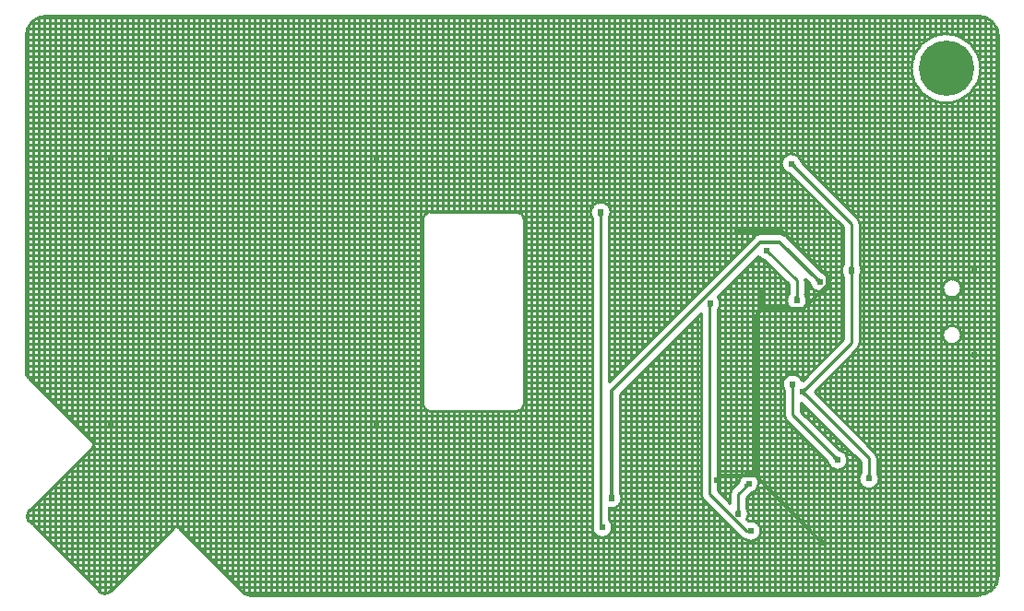
<source format=gbl>
G04 Layer: BottomLayer*
G04 EasyEDA v6.3.21, 2020-02-02T17:40:02+08:00*
G04 1dbfad1c9a864778b0d2112e72029e1b,1a72cfc7dc544dba9386ef7e18e6054e,10*
G04 Gerber Generator version 0.2*
G04 Scale: 100 percent, Rotated: No, Reflected: No *
G04 Dimensions in inches *
G04 leading zeros omitted , absolute positions ,2 integer and 4 decimal *
%FSLAX24Y24*%
%MOIN*%
G90*
G70D02*

%ADD10C,0.010000*%
%ADD11C,0.012000*%
%ADD16C,0.024000*%
%ADD24C,0.200000*%

%LPD*%
G54D10*
G01X7910Y357D02*
G01X6960Y1307D01*
G01X6960Y1307D02*
G01X6935Y1332D01*
G01X6935Y1332D02*
G01X5685Y2582D01*
G01X5470Y2582D02*
G01X3214Y313D01*
G01X3214Y313D02*
G01X3208Y307D01*
G01X2710Y407D02*
G01X410Y2707D01*
G01X285Y3217D02*
G01X2566Y5482D01*
G01X2590Y5666D02*
G01X2583Y5677D01*
G01X2560Y5707D02*
G01X260Y8007D01*
G01X154Y8117D02*
G01X151Y20347D01*
G01X903Y21098D02*
G01X34529Y21098D01*
G01X34554Y21100D02*
G01X34561Y21102D01*
G01X35301Y20350D02*
G01X35301Y900D01*
G01X34553Y151D02*
G01X34503Y151D01*
G01X34503Y151D02*
G01X8953Y151D01*
G01X8953Y151D02*
G01X8203Y151D01*
G01X26253Y2828D02*
G01X26204Y2877D01*
G01X26202Y3295D02*
G01X26198Y3305D01*
G01X26198Y3305D02*
G01X26198Y3691D01*
G01X26198Y3691D02*
G01X26328Y3821D01*
G01X26328Y3821D02*
G01X26338Y3825D01*
G01X25906Y4258D02*
G01X25902Y4248D01*
G01X25902Y4248D02*
G01X25683Y4029D01*
G01X25595Y3815D02*
G01X25595Y3486D01*
G01X25595Y3486D02*
G01X25155Y3925D01*
G01X25155Y3925D02*
G01X25155Y10447D01*
G01X25163Y10942D02*
G01X26617Y12396D01*
G01X26843Y12258D02*
G01X26853Y12254D01*
G01X26853Y12254D02*
G01X27706Y11401D01*
G01X27706Y11401D02*
G01X27706Y11035D01*
G01X27706Y11035D02*
G01X27702Y11026D01*
G01X28314Y11026D02*
G01X28309Y11035D01*
G01X28309Y11035D02*
G01X28309Y11526D01*
G01X28306Y11569D02*
G01X28472Y11404D01*
G01X28472Y11404D02*
G01X28476Y11394D01*
G01X28922Y11839D02*
G01X28912Y11844D01*
G01X28912Y11844D02*
G01X27618Y13139D01*
G01X27397Y13230D02*
G01X26699Y13230D01*
G01X26479Y13139D02*
G01X21223Y7883D01*
G01X21223Y7883D02*
G01X21223Y13776D01*
G01X21223Y13776D02*
G01X21227Y13786D01*
G01X20615Y13786D02*
G01X20620Y13776D01*
G01X20620Y13776D02*
G01X20620Y2685D01*
G01X21223Y2880D02*
G01X21223Y3295D01*
G01X21631Y3851D02*
G01X21628Y3861D01*
G01X21628Y3861D02*
G01X21628Y7407D01*
G01X21628Y7407D02*
G01X24552Y10331D01*
G01X24552Y10331D02*
G01X24552Y3801D01*
G01X24640Y3587D02*
G01X25974Y2254D01*
G01X30923Y4570D02*
G01X30918Y4580D01*
G01X30918Y4580D02*
G01X30918Y5096D01*
G01X30830Y5309D02*
G01X28640Y7499D01*
G01X28640Y7499D02*
G01X30200Y9059D01*
G01X30288Y9272D02*
G01X30288Y11680D01*
G01X30288Y11680D02*
G01X30293Y11689D01*
G01X30293Y12110D02*
G01X30288Y12120D01*
G01X30288Y12120D02*
G01X30288Y13584D01*
G01X30200Y13797D02*
G01X28190Y15806D01*
G01X28190Y15806D02*
G01X28187Y15816D01*
G01X27754Y15384D02*
G01X27764Y15380D01*
G01X27764Y15380D02*
G01X29685Y13459D01*
G01X29685Y13459D02*
G01X29685Y12120D01*
G01X29685Y12120D02*
G01X29681Y12110D01*
G01X29681Y11689D02*
G01X29685Y11680D01*
G01X29685Y11680D02*
G01X29685Y9397D01*
G01X29685Y9397D02*
G01X28204Y7916D01*
G01X27555Y7561D02*
G01X27560Y7551D01*
G01X27560Y7551D02*
G01X27560Y6659D01*
G01X27648Y6445D02*
G01X29114Y4980D01*
G01X29114Y4980D02*
G01X29117Y4970D01*
G01X29550Y5403D02*
G01X29540Y5407D01*
G01X29540Y5407D02*
G01X28163Y6783D01*
G01X28163Y6783D02*
G01X28163Y7123D01*
G01X28163Y7123D02*
G01X30315Y4971D01*
G01X30315Y4971D02*
G01X30315Y4580D01*
G01X30315Y4580D02*
G01X30310Y4570D01*
G01X14753Y6798D02*
G01X17903Y6798D01*
G01X18154Y7050D02*
G01X18154Y13750D01*
G01X17903Y14001D02*
G01X14753Y14001D01*
G01X14501Y13750D02*
G01X14501Y7050D01*
G01X2865Y230D02*
G01X3128Y230D01*
G01X7996Y230D02*
G01X34887Y230D01*
G01X2687Y430D02*
G01X3330Y430D01*
G01X7837Y430D02*
G01X35137Y430D01*
G01X2487Y630D02*
G01X3529Y630D01*
G01X7637Y630D02*
G01X35253Y630D01*
G01X2287Y830D02*
G01X3728Y830D01*
G01X7437Y830D02*
G01X35301Y830D01*
G01X2087Y1030D02*
G01X3927Y1030D01*
G01X7237Y1030D02*
G01X35301Y1030D01*
G01X1887Y1230D02*
G01X4126Y1230D01*
G01X7037Y1230D02*
G01X35301Y1230D01*
G01X1687Y1430D02*
G01X4325Y1430D01*
G01X6837Y1430D02*
G01X35301Y1430D01*
G01X1487Y1630D02*
G01X4524Y1630D01*
G01X6637Y1630D02*
G01X35301Y1630D01*
G01X1287Y1830D02*
G01X4723Y1830D01*
G01X6437Y1830D02*
G01X35301Y1830D01*
G01X1087Y2030D02*
G01X4922Y2030D01*
G01X6237Y2030D02*
G01X35301Y2030D01*
G01X887Y2230D02*
G01X5120Y2230D01*
G01X6037Y2230D02*
G01X20929Y2230D01*
G01X21032Y2230D02*
G01X26001Y2230D01*
G01X26627Y2230D02*
G01X35301Y2230D01*
G01X687Y2430D02*
G01X5319Y2430D01*
G01X5837Y2430D02*
G01X20650Y2430D01*
G01X21312Y2430D02*
G01X25798Y2430D01*
G01X26710Y2430D02*
G01X35301Y2430D01*
G01X487Y2630D02*
G01X20611Y2630D01*
G01X21351Y2630D02*
G01X25598Y2630D01*
G01X26675Y2630D02*
G01X35301Y2630D01*
G01X252Y2830D02*
G01X20620Y2830D01*
G01X21271Y2830D02*
G01X25398Y2830D01*
G01X26251Y2830D02*
G01X26260Y2830D01*
G01X26421Y2830D02*
G01X35301Y2830D01*
G01X195Y3030D02*
G01X20620Y3030D01*
G01X21223Y3030D02*
G01X25198Y3030D01*
G01X26264Y3030D02*
G01X35301Y3030D01*
G01X297Y3230D02*
G01X20620Y3230D01*
G01X21223Y3230D02*
G01X24998Y3230D01*
G01X26238Y3230D02*
G01X35301Y3230D01*
G01X499Y3430D02*
G01X20620Y3430D01*
G01X21612Y3430D02*
G01X24798Y3430D01*
G01X26198Y3430D02*
G01X35301Y3430D01*
G01X700Y3630D02*
G01X20620Y3630D01*
G01X21687Y3630D02*
G01X24605Y3630D01*
G01X25451Y3630D02*
G01X25595Y3630D01*
G01X26198Y3630D02*
G01X35301Y3630D01*
G01X902Y3830D02*
G01X20620Y3830D01*
G01X21644Y3830D02*
G01X24552Y3830D01*
G01X25251Y3830D02*
G01X25595Y3830D01*
G01X26361Y3830D02*
G01X35301Y3830D01*
G01X1103Y4030D02*
G01X20620Y4030D01*
G01X21628Y4030D02*
G01X24552Y4030D01*
G01X25155Y4030D02*
G01X25684Y4030D01*
G01X26606Y4030D02*
G01X30445Y4030D01*
G01X30788Y4030D02*
G01X35301Y4030D01*
G01X1305Y4230D02*
G01X20620Y4230D01*
G01X21628Y4230D02*
G01X24552Y4230D01*
G01X25155Y4230D02*
G01X25884Y4230D01*
G01X26640Y4230D02*
G01X30268Y4230D01*
G01X30965Y4230D02*
G01X35301Y4230D01*
G01X1506Y4430D02*
G01X20620Y4430D01*
G01X21628Y4430D02*
G01X24552Y4430D01*
G01X25155Y4430D02*
G01X25987Y4430D01*
G01X26555Y4430D02*
G01X30252Y4430D01*
G01X30981Y4430D02*
G01X35301Y4430D01*
G01X1708Y4630D02*
G01X20620Y4630D01*
G01X21628Y4630D02*
G01X24552Y4630D01*
G01X25155Y4630D02*
G01X30315Y4630D01*
G01X30918Y4630D02*
G01X35301Y4630D01*
G01X1909Y4830D02*
G01X20620Y4830D01*
G01X21628Y4830D02*
G01X24552Y4830D01*
G01X25155Y4830D02*
G01X29175Y4830D01*
G01X29790Y4830D02*
G01X30315Y4830D01*
G01X30918Y4830D02*
G01X35301Y4830D01*
G01X2111Y5030D02*
G01X20620Y5030D01*
G01X21628Y5030D02*
G01X24552Y5030D01*
G01X25155Y5030D02*
G01X29064Y5030D01*
G01X29854Y5030D02*
G01X30256Y5030D01*
G01X30918Y5030D02*
G01X35301Y5030D01*
G01X2312Y5230D02*
G01X20620Y5230D01*
G01X21628Y5230D02*
G01X24552Y5230D01*
G01X25155Y5230D02*
G01X28864Y5230D01*
G01X29800Y5230D02*
G01X30056Y5230D01*
G01X30887Y5230D02*
G01X35301Y5230D01*
G01X2514Y5430D02*
G01X20620Y5430D01*
G01X21628Y5430D02*
G01X24552Y5430D01*
G01X25155Y5430D02*
G01X28664Y5430D01*
G01X29517Y5430D02*
G01X29856Y5430D01*
G01X30709Y5430D02*
G01X35301Y5430D01*
G01X2605Y5630D02*
G01X20620Y5630D01*
G01X21628Y5630D02*
G01X24552Y5630D01*
G01X25155Y5630D02*
G01X28464Y5630D01*
G01X29317Y5630D02*
G01X29656Y5630D01*
G01X30509Y5630D02*
G01X35301Y5630D01*
G01X2437Y5830D02*
G01X20620Y5830D01*
G01X21628Y5830D02*
G01X24552Y5830D01*
G01X25155Y5830D02*
G01X28264Y5830D01*
G01X29117Y5830D02*
G01X29456Y5830D01*
G01X30309Y5830D02*
G01X35301Y5830D01*
G01X2237Y6030D02*
G01X20620Y6030D01*
G01X21628Y6030D02*
G01X24552Y6030D01*
G01X25155Y6030D02*
G01X28064Y6030D01*
G01X28917Y6030D02*
G01X29256Y6030D01*
G01X30109Y6030D02*
G01X35301Y6030D01*
G01X2037Y6230D02*
G01X20620Y6230D01*
G01X21628Y6230D02*
G01X24552Y6230D01*
G01X25155Y6230D02*
G01X27864Y6230D01*
G01X28717Y6230D02*
G01X29056Y6230D01*
G01X29909Y6230D02*
G01X35301Y6230D01*
G01X1837Y6430D02*
G01X20620Y6430D01*
G01X21628Y6430D02*
G01X24552Y6430D01*
G01X25155Y6430D02*
G01X27664Y6430D01*
G01X28517Y6430D02*
G01X28856Y6430D01*
G01X29709Y6430D02*
G01X35301Y6430D01*
G01X1637Y6630D02*
G01X20620Y6630D01*
G01X21628Y6630D02*
G01X24552Y6630D01*
G01X25155Y6630D02*
G01X27561Y6630D01*
G01X28317Y6630D02*
G01X28656Y6630D01*
G01X29509Y6630D02*
G01X35301Y6630D01*
G01X1437Y6830D02*
G01X14631Y6830D01*
G01X18025Y6830D02*
G01X20620Y6830D01*
G01X21628Y6830D02*
G01X24552Y6830D01*
G01X25155Y6830D02*
G01X27560Y6830D01*
G01X28163Y6830D02*
G01X28456Y6830D01*
G01X29309Y6830D02*
G01X35301Y6830D01*
G01X1237Y7030D02*
G01X14502Y7030D01*
G01X18154Y7030D02*
G01X20620Y7030D01*
G01X21628Y7030D02*
G01X24552Y7030D01*
G01X25155Y7030D02*
G01X27560Y7030D01*
G01X28163Y7030D02*
G01X28256Y7030D01*
G01X29109Y7030D02*
G01X35301Y7030D01*
G01X1037Y7230D02*
G01X14501Y7230D01*
G01X18154Y7230D02*
G01X20620Y7230D01*
G01X21628Y7230D02*
G01X24552Y7230D01*
G01X25155Y7230D02*
G01X27560Y7230D01*
G01X28909Y7230D02*
G01X35301Y7230D01*
G01X837Y7430D02*
G01X14501Y7430D01*
G01X18154Y7430D02*
G01X20620Y7430D01*
G01X21651Y7430D02*
G01X24552Y7430D01*
G01X25155Y7430D02*
G01X27560Y7430D01*
G01X28709Y7430D02*
G01X35301Y7430D01*
G01X637Y7630D02*
G01X14501Y7630D01*
G01X18154Y7630D02*
G01X20620Y7630D01*
G01X21851Y7630D02*
G01X24552Y7630D01*
G01X25155Y7630D02*
G01X27518Y7630D01*
G01X28771Y7630D02*
G01X35301Y7630D01*
G01X437Y7830D02*
G01X14501Y7830D01*
G01X18154Y7830D02*
G01X20620Y7830D01*
G01X22051Y7830D02*
G01X24552Y7830D01*
G01X25155Y7830D02*
G01X27495Y7830D01*
G01X28971Y7830D02*
G01X35301Y7830D01*
G01X231Y8030D02*
G01X14501Y8030D01*
G01X18154Y8030D02*
G01X20620Y8030D01*
G01X21223Y8030D02*
G01X21370Y8030D01*
G01X22251Y8030D02*
G01X24552Y8030D01*
G01X25155Y8030D02*
G01X27595Y8030D01*
G01X28129Y8030D02*
G01X28318Y8030D01*
G01X29171Y8030D02*
G01X35301Y8030D01*
G01X154Y8230D02*
G01X14501Y8230D01*
G01X18154Y8230D02*
G01X20620Y8230D01*
G01X21223Y8230D02*
G01X21570Y8230D01*
G01X22451Y8230D02*
G01X24552Y8230D01*
G01X25155Y8230D02*
G01X28518Y8230D01*
G01X29371Y8230D02*
G01X35301Y8230D01*
G01X154Y8430D02*
G01X14501Y8430D01*
G01X18154Y8430D02*
G01X20620Y8430D01*
G01X21223Y8430D02*
G01X21770Y8430D01*
G01X22651Y8430D02*
G01X24552Y8430D01*
G01X25155Y8430D02*
G01X28718Y8430D01*
G01X29571Y8430D02*
G01X35301Y8430D01*
G01X154Y8630D02*
G01X14501Y8630D01*
G01X18154Y8630D02*
G01X20620Y8630D01*
G01X21223Y8630D02*
G01X21970Y8630D01*
G01X22851Y8630D02*
G01X24552Y8630D01*
G01X25155Y8630D02*
G01X28918Y8630D01*
G01X29771Y8630D02*
G01X35301Y8630D01*
G01X154Y8830D02*
G01X14501Y8830D01*
G01X18154Y8830D02*
G01X20620Y8830D01*
G01X21223Y8830D02*
G01X22170Y8830D01*
G01X23051Y8830D02*
G01X24552Y8830D01*
G01X25155Y8830D02*
G01X29118Y8830D01*
G01X29971Y8830D02*
G01X35301Y8830D01*
G01X154Y9030D02*
G01X14501Y9030D01*
G01X18154Y9030D02*
G01X20620Y9030D01*
G01X21223Y9030D02*
G01X22370Y9030D01*
G01X23251Y9030D02*
G01X24552Y9030D01*
G01X25155Y9030D02*
G01X29318Y9030D01*
G01X30171Y9030D02*
G01X35301Y9030D01*
G01X154Y9230D02*
G01X14501Y9230D01*
G01X18154Y9230D02*
G01X20620Y9230D01*
G01X21223Y9230D02*
G01X22570Y9230D01*
G01X23451Y9230D02*
G01X24552Y9230D01*
G01X25155Y9230D02*
G01X29518Y9230D01*
G01X30285Y9230D02*
G01X33512Y9230D01*
G01X33719Y9230D02*
G01X35301Y9230D01*
G01X154Y9430D02*
G01X14501Y9430D01*
G01X18154Y9430D02*
G01X20620Y9430D01*
G01X21223Y9430D02*
G01X22770Y9430D01*
G01X23651Y9430D02*
G01X24552Y9430D01*
G01X25155Y9430D02*
G01X29685Y9430D01*
G01X30288Y9430D02*
G01X33299Y9430D01*
G01X33932Y9430D02*
G01X35301Y9430D01*
G01X154Y9630D02*
G01X14501Y9630D01*
G01X18154Y9630D02*
G01X20620Y9630D01*
G01X21223Y9630D02*
G01X22970Y9630D01*
G01X23851Y9630D02*
G01X24552Y9630D01*
G01X25155Y9630D02*
G01X29685Y9630D01*
G01X30288Y9630D02*
G01X33284Y9630D01*
G01X33947Y9630D02*
G01X35301Y9630D01*
G01X154Y9830D02*
G01X14501Y9830D01*
G01X18154Y9830D02*
G01X20620Y9830D01*
G01X21223Y9830D02*
G01X23170Y9830D01*
G01X24051Y9830D02*
G01X24552Y9830D01*
G01X25155Y9830D02*
G01X29685Y9830D01*
G01X30288Y9830D02*
G01X33417Y9830D01*
G01X33814Y9830D02*
G01X35301Y9830D01*
G01X154Y10030D02*
G01X14501Y10030D01*
G01X18154Y10030D02*
G01X20620Y10030D01*
G01X21223Y10030D02*
G01X23370Y10030D01*
G01X24251Y10030D02*
G01X24552Y10030D01*
G01X25155Y10030D02*
G01X29685Y10030D01*
G01X30288Y10030D02*
G01X35301Y10030D01*
G01X154Y10230D02*
G01X14501Y10230D01*
G01X18154Y10230D02*
G01X20620Y10230D01*
G01X21223Y10230D02*
G01X23570Y10230D01*
G01X24451Y10230D02*
G01X24552Y10230D01*
G01X25155Y10230D02*
G01X29685Y10230D01*
G01X30288Y10230D02*
G01X35301Y10230D01*
G01X154Y10430D02*
G01X14501Y10430D01*
G01X18154Y10430D02*
G01X20620Y10430D01*
G01X21223Y10430D02*
G01X23770Y10430D01*
G01X25155Y10430D02*
G01X29685Y10430D01*
G01X30288Y10430D02*
G01X35301Y10430D01*
G01X154Y10630D02*
G01X14501Y10630D01*
G01X18154Y10630D02*
G01X20620Y10630D01*
G01X21223Y10630D02*
G01X23970Y10630D01*
G01X25247Y10630D02*
G01X27686Y10630D01*
G01X28330Y10630D02*
G01X29685Y10630D01*
G01X30288Y10630D02*
G01X35301Y10630D01*
G01X154Y10830D02*
G01X14501Y10830D01*
G01X18154Y10830D02*
G01X20620Y10830D01*
G01X21223Y10830D02*
G01X24170Y10830D01*
G01X25229Y10830D02*
G01X27637Y10830D01*
G01X28379Y10830D02*
G01X29685Y10830D01*
G01X30288Y10830D02*
G01X35301Y10830D01*
G01X154Y11030D02*
G01X14501Y11030D01*
G01X18154Y11030D02*
G01X20620Y11030D01*
G01X21223Y11030D02*
G01X24370Y11030D01*
G01X25251Y11030D02*
G01X27704Y11030D01*
G01X28312Y11030D02*
G01X29685Y11030D01*
G01X30288Y11030D02*
G01X33353Y11030D01*
G01X33878Y11030D02*
G01X35301Y11030D01*
G01X153Y11230D02*
G01X14501Y11230D01*
G01X18154Y11230D02*
G01X20620Y11230D01*
G01X21223Y11230D02*
G01X24570Y11230D01*
G01X25451Y11230D02*
G01X27706Y11230D01*
G01X28309Y11230D02*
G01X28561Y11230D01*
G01X29115Y11230D02*
G01X29685Y11230D01*
G01X30288Y11230D02*
G01X33276Y11230D01*
G01X33956Y11230D02*
G01X35301Y11230D01*
G01X153Y11430D02*
G01X14501Y11430D01*
G01X18154Y11430D02*
G01X20620Y11430D01*
G01X21223Y11430D02*
G01X24770Y11430D01*
G01X25651Y11430D02*
G01X27678Y11430D01*
G01X28309Y11430D02*
G01X28445Y11430D01*
G01X29207Y11430D02*
G01X29685Y11430D01*
G01X30288Y11430D02*
G01X33330Y11430D01*
G01X33902Y11430D02*
G01X35301Y11430D01*
G01X153Y11630D02*
G01X14501Y11630D01*
G01X18154Y11630D02*
G01X20620Y11630D01*
G01X21223Y11630D02*
G01X24970Y11630D01*
G01X25851Y11630D02*
G01X27478Y11630D01*
G01X29177Y11630D02*
G01X29685Y11630D01*
G01X30288Y11630D02*
G01X35301Y11630D01*
G01X153Y11830D02*
G01X14501Y11830D01*
G01X18154Y11830D02*
G01X20620Y11830D01*
G01X21223Y11830D02*
G01X25170Y11830D01*
G01X26051Y11830D02*
G01X27278Y11830D01*
G01X28956Y11830D02*
G01X29622Y11830D01*
G01X30352Y11830D02*
G01X35301Y11830D01*
G01X153Y12030D02*
G01X14501Y12030D01*
G01X18154Y12030D02*
G01X20620Y12030D01*
G01X21223Y12030D02*
G01X25370Y12030D01*
G01X26251Y12030D02*
G01X27078Y12030D01*
G01X28726Y12030D02*
G01X29639Y12030D01*
G01X30335Y12030D02*
G01X35301Y12030D01*
G01X153Y12230D02*
G01X14501Y12230D01*
G01X18154Y12230D02*
G01X20620Y12230D01*
G01X21223Y12230D02*
G01X25570Y12230D01*
G01X26451Y12230D02*
G01X26878Y12230D01*
G01X28526Y12230D02*
G01X29685Y12230D01*
G01X30288Y12230D02*
G01X35301Y12230D01*
G01X153Y12430D02*
G01X14501Y12430D01*
G01X18154Y12430D02*
G01X20620Y12430D01*
G01X21223Y12430D02*
G01X25770Y12430D01*
G01X28326Y12430D02*
G01X29685Y12430D01*
G01X30288Y12430D02*
G01X35301Y12430D01*
G01X153Y12630D02*
G01X14501Y12630D01*
G01X18154Y12630D02*
G01X20620Y12630D01*
G01X21223Y12630D02*
G01X25970Y12630D01*
G01X28126Y12630D02*
G01X29685Y12630D01*
G01X30288Y12630D02*
G01X35301Y12630D01*
G01X153Y12830D02*
G01X14501Y12830D01*
G01X18154Y12830D02*
G01X20620Y12830D01*
G01X21223Y12830D02*
G01X26170Y12830D01*
G01X27926Y12830D02*
G01X29685Y12830D01*
G01X30288Y12830D02*
G01X35301Y12830D01*
G01X153Y13030D02*
G01X14501Y13030D01*
G01X18154Y13030D02*
G01X20620Y13030D01*
G01X21223Y13030D02*
G01X26370Y13030D01*
G01X27726Y13030D02*
G01X29685Y13030D01*
G01X30288Y13030D02*
G01X35301Y13030D01*
G01X153Y13230D02*
G01X14501Y13230D01*
G01X18154Y13230D02*
G01X20620Y13230D01*
G01X21223Y13230D02*
G01X26699Y13230D01*
G01X27397Y13230D02*
G01X29685Y13230D01*
G01X30288Y13230D02*
G01X35301Y13230D01*
G01X153Y13430D02*
G01X14501Y13430D01*
G01X18154Y13430D02*
G01X20620Y13430D01*
G01X21223Y13430D02*
G01X29685Y13430D01*
G01X30288Y13430D02*
G01X35301Y13430D01*
G01X153Y13630D02*
G01X14501Y13630D01*
G01X18154Y13630D02*
G01X20620Y13630D01*
G01X21223Y13630D02*
G01X29514Y13630D01*
G01X30285Y13630D02*
G01X35301Y13630D01*
G01X153Y13830D02*
G01X14514Y13830D01*
G01X18141Y13830D02*
G01X20589Y13830D01*
G01X21253Y13830D02*
G01X29314Y13830D01*
G01X30167Y13830D02*
G01X35301Y13830D01*
G01X153Y14030D02*
G01X20551Y14030D01*
G01X21291Y14030D02*
G01X29114Y14030D01*
G01X29967Y14030D02*
G01X35301Y14030D01*
G01X153Y14230D02*
G01X20632Y14230D01*
G01X21210Y14230D02*
G01X28914Y14230D01*
G01X29767Y14230D02*
G01X35301Y14230D01*
G01X153Y14430D02*
G01X28714Y14430D01*
G01X29567Y14430D02*
G01X35301Y14430D01*
G01X153Y14630D02*
G01X28514Y14630D01*
G01X29367Y14630D02*
G01X35301Y14630D01*
G01X152Y14830D02*
G01X28314Y14830D01*
G01X29167Y14830D02*
G01X35301Y14830D01*
G01X152Y15030D02*
G01X28114Y15030D01*
G01X28967Y15030D02*
G01X35301Y15030D01*
G01X152Y15230D02*
G01X27914Y15230D01*
G01X28767Y15230D02*
G01X35301Y15230D01*
G01X152Y15430D02*
G01X27631Y15430D01*
G01X28567Y15430D02*
G01X35301Y15430D01*
G01X152Y15630D02*
G01X27470Y15630D01*
G01X28367Y15630D02*
G01X35301Y15630D01*
G01X152Y15830D02*
G01X27459Y15830D01*
G01X28184Y15830D02*
G01X35301Y15830D01*
G01X152Y16030D02*
G01X27579Y16030D01*
G01X28064Y16030D02*
G01X35301Y16030D01*
G01X152Y16230D02*
G01X35301Y16230D01*
G01X152Y16430D02*
G01X35301Y16430D01*
G01X152Y16630D02*
G01X35301Y16630D01*
G01X152Y16830D02*
G01X35301Y16830D01*
G01X152Y17030D02*
G01X35301Y17030D01*
G01X152Y17230D02*
G01X35301Y17230D01*
G01X152Y17430D02*
G01X35301Y17430D01*
G01X152Y17630D02*
G01X35301Y17630D01*
G01X152Y17830D02*
G01X35301Y17830D01*
G01X152Y18030D02*
G01X32959Y18030D01*
G01X33847Y18030D02*
G01X35301Y18030D01*
G01X152Y18230D02*
G01X32612Y18230D01*
G01X34194Y18230D02*
G01X35301Y18230D01*
G01X152Y18430D02*
G01X32416Y18430D01*
G01X34389Y18430D02*
G01X35301Y18430D01*
G01X151Y18630D02*
G01X32289Y18630D01*
G01X34517Y18630D02*
G01X35301Y18630D01*
G01X151Y18830D02*
G01X32207Y18830D01*
G01X34598Y18830D02*
G01X35301Y18830D01*
G01X151Y19030D02*
G01X32163Y19030D01*
G01X34643Y19030D02*
G01X35301Y19030D01*
G01X151Y19230D02*
G01X32152Y19230D01*
G01X34654Y19230D02*
G01X35301Y19230D01*
G01X151Y19430D02*
G01X32173Y19430D01*
G01X34633Y19430D02*
G01X35301Y19430D01*
G01X151Y19630D02*
G01X32227Y19630D01*
G01X34578Y19630D02*
G01X35301Y19630D01*
G01X151Y19830D02*
G01X32321Y19830D01*
G01X34484Y19830D02*
G01X35301Y19830D01*
G01X151Y20030D02*
G01X32466Y20030D01*
G01X34339Y20030D02*
G01X35301Y20030D01*
G01X151Y20230D02*
G01X32692Y20230D01*
G01X34114Y20230D02*
G01X35301Y20230D01*
G01X156Y20430D02*
G01X33172Y20430D01*
G01X33634Y20430D02*
G01X35297Y20430D01*
G01X206Y20630D02*
G01X35247Y20630D01*
G01X327Y20830D02*
G01X35128Y20830D01*
G01X589Y21030D02*
G01X34870Y21030D01*
G01X35203Y525D02*
G01X35203Y20722D01*
G01X35003Y301D02*
G01X35003Y20950D01*
G01X34803Y194D02*
G01X34803Y21058D01*
G01X34603Y153D02*
G01X34603Y18845D01*
G01X34603Y19555D02*
G01X34603Y21100D01*
G01X34403Y151D02*
G01X34403Y18447D01*
G01X34403Y19952D02*
G01X34403Y21098D01*
G01X34203Y151D02*
G01X34203Y18237D01*
G01X34203Y20162D02*
G01X34203Y21098D01*
G01X34003Y151D02*
G01X34003Y18102D01*
G01X34003Y20298D02*
G01X34003Y21098D01*
G01X33803Y151D02*
G01X33803Y9270D01*
G01X33803Y9838D02*
G01X33803Y10962D01*
G01X33803Y11530D02*
G01X33803Y18014D01*
G01X33803Y20386D02*
G01X33803Y21098D01*
G01X33603Y151D02*
G01X33603Y9214D01*
G01X33603Y9894D02*
G01X33603Y10906D01*
G01X33603Y11586D02*
G01X33603Y17964D01*
G01X33603Y20435D02*
G01X33603Y21098D01*
G01X33403Y151D02*
G01X33403Y9289D01*
G01X33403Y9819D02*
G01X33403Y10981D01*
G01X33403Y11511D02*
G01X33403Y17948D01*
G01X33403Y20451D02*
G01X33403Y21098D01*
G01X33203Y151D02*
G01X33203Y17964D01*
G01X33203Y20435D02*
G01X33203Y21098D01*
G01X33003Y151D02*
G01X33003Y18014D01*
G01X33003Y20386D02*
G01X33003Y21098D01*
G01X32803Y151D02*
G01X32803Y18102D01*
G01X32803Y20298D02*
G01X32803Y21098D01*
G01X32603Y151D02*
G01X32603Y18237D01*
G01X32603Y20162D02*
G01X32603Y21098D01*
G01X32403Y151D02*
G01X32403Y18447D01*
G01X32403Y19952D02*
G01X32403Y21098D01*
G01X32203Y151D02*
G01X32203Y18845D01*
G01X32203Y19555D02*
G01X32203Y21098D01*
G01X32003Y151D02*
G01X32003Y21098D01*
G01X31803Y151D02*
G01X31803Y21098D01*
G01X31603Y151D02*
G01X31603Y21098D01*
G01X31403Y151D02*
G01X31403Y21098D01*
G01X31203Y151D02*
G01X31203Y21098D01*
G01X31003Y151D02*
G01X31003Y21098D01*
G01X30803Y151D02*
G01X30803Y4038D01*
G01X30803Y5336D02*
G01X30803Y21098D01*
G01X30603Y151D02*
G01X30603Y3988D01*
G01X30603Y5536D02*
G01X30603Y21098D01*
G01X30403Y151D02*
G01X30403Y4056D01*
G01X30403Y5736D02*
G01X30403Y21098D01*
G01X30203Y151D02*
G01X30203Y5083D01*
G01X30203Y5936D02*
G01X30203Y9062D01*
G01X30203Y13794D02*
G01X30203Y21098D01*
G01X30003Y151D02*
G01X30003Y5283D01*
G01X30003Y6136D02*
G01X30003Y8862D01*
G01X30003Y13994D02*
G01X30003Y21098D01*
G01X29803Y151D02*
G01X29803Y4850D01*
G01X29803Y5226D02*
G01X29803Y5483D01*
G01X29803Y6336D02*
G01X29803Y8662D01*
G01X29803Y14194D02*
G01X29803Y21098D01*
G01X29603Y151D02*
G01X29603Y4686D01*
G01X29603Y5389D02*
G01X29603Y5683D01*
G01X29603Y6536D02*
G01X29603Y8462D01*
G01X29603Y9315D02*
G01X29603Y13541D01*
G01X29603Y14394D02*
G01X29603Y21098D01*
G01X29403Y151D02*
G01X29403Y4675D01*
G01X29403Y5544D02*
G01X29403Y5883D01*
G01X29403Y6736D02*
G01X29403Y8262D01*
G01X29403Y9115D02*
G01X29403Y13741D01*
G01X29403Y14594D02*
G01X29403Y21098D01*
G01X29203Y151D02*
G01X29203Y4793D01*
G01X29203Y5744D02*
G01X29203Y6083D01*
G01X29203Y6936D02*
G01X29203Y8062D01*
G01X29203Y8915D02*
G01X29203Y11406D01*
G01X29203Y11549D02*
G01X29203Y13941D01*
G01X29203Y14794D02*
G01X29203Y21098D01*
G01X29003Y151D02*
G01X29003Y5091D01*
G01X29003Y5944D02*
G01X29003Y6283D01*
G01X29003Y7136D02*
G01X29003Y7862D01*
G01X29003Y8715D02*
G01X29003Y11144D01*
G01X29003Y11811D02*
G01X29003Y14141D01*
G01X29003Y14994D02*
G01X29003Y21098D01*
G01X28803Y151D02*
G01X28803Y5291D01*
G01X28803Y6144D02*
G01X28803Y6483D01*
G01X28803Y7336D02*
G01X28803Y7662D01*
G01X28803Y8515D02*
G01X28803Y11108D01*
G01X28803Y11953D02*
G01X28803Y14341D01*
G01X28803Y15194D02*
G01X28803Y21098D01*
G01X28603Y151D02*
G01X28603Y5491D01*
G01X28603Y6344D02*
G01X28603Y6683D01*
G01X28603Y8315D02*
G01X28603Y11190D01*
G01X28603Y12153D02*
G01X28603Y14541D01*
G01X28603Y15394D02*
G01X28603Y21098D01*
G01X28403Y151D02*
G01X28403Y5691D01*
G01X28403Y6544D02*
G01X28403Y6883D01*
G01X28403Y8115D02*
G01X28403Y11472D01*
G01X28403Y12353D02*
G01X28403Y14741D01*
G01X28403Y15594D02*
G01X28403Y21098D01*
G01X28203Y151D02*
G01X28203Y5891D01*
G01X28203Y6744D02*
G01X28203Y7083D01*
G01X28203Y7919D02*
G01X28203Y10499D01*
G01X28203Y12553D02*
G01X28203Y14941D01*
G01X28203Y15794D02*
G01X28203Y21098D01*
G01X28003Y151D02*
G01X28003Y6091D01*
G01X28003Y8115D02*
G01X28003Y10444D01*
G01X28003Y12753D02*
G01X28003Y15141D01*
G01X28003Y16073D02*
G01X28003Y21098D01*
G01X27803Y151D02*
G01X27803Y6291D01*
G01X27803Y8138D02*
G01X27803Y10505D01*
G01X27803Y12953D02*
G01X27803Y15341D01*
G01X27803Y16120D02*
G01X27803Y21098D01*
G01X27603Y151D02*
G01X27603Y6504D01*
G01X27603Y8038D02*
G01X27603Y11505D01*
G01X27603Y13152D02*
G01X27603Y15448D01*
G01X27603Y16049D02*
G01X27603Y21098D01*
G01X27403Y151D02*
G01X27403Y11705D01*
G01X27403Y13230D02*
G01X27403Y21098D01*
G01X27203Y151D02*
G01X27203Y11905D01*
G01X27203Y13230D02*
G01X27203Y21098D01*
G01X27003Y151D02*
G01X27003Y12105D01*
G01X27003Y13230D02*
G01X27003Y21098D01*
G01X26803Y151D02*
G01X26803Y12267D01*
G01X26803Y13230D02*
G01X26803Y21098D01*
G01X26603Y151D02*
G01X26603Y2204D01*
G01X26603Y2731D02*
G01X26603Y4023D01*
G01X26603Y4357D02*
G01X26603Y12382D01*
G01X26603Y13215D02*
G01X26603Y21098D01*
G01X26403Y151D02*
G01X26403Y2101D01*
G01X26403Y2833D02*
G01X26403Y3843D01*
G01X26403Y4537D02*
G01X26403Y12182D01*
G01X26403Y13063D02*
G01X26403Y21098D01*
G01X26203Y151D02*
G01X26203Y2122D01*
G01X26203Y3294D02*
G01X26203Y3696D01*
G01X26203Y4555D02*
G01X26203Y11982D01*
G01X26203Y12863D02*
G01X26203Y21098D01*
G01X26003Y151D02*
G01X26003Y2229D01*
G01X26003Y4447D02*
G01X26003Y11782D01*
G01X26003Y12663D02*
G01X26003Y21098D01*
G01X25803Y151D02*
G01X25803Y2425D01*
G01X25803Y4149D02*
G01X25803Y11582D01*
G01X25803Y12463D02*
G01X25803Y21098D01*
G01X25603Y151D02*
G01X25603Y2625D01*
G01X25603Y3885D02*
G01X25603Y11382D01*
G01X25603Y12263D02*
G01X25603Y21098D01*
G01X25403Y151D02*
G01X25403Y2825D01*
G01X25403Y3678D02*
G01X25403Y11182D01*
G01X25403Y12063D02*
G01X25403Y21098D01*
G01X25203Y151D02*
G01X25203Y3025D01*
G01X25203Y3878D02*
G01X25203Y10512D01*
G01X25203Y10885D02*
G01X25203Y10982D01*
G01X25203Y11863D02*
G01X25203Y21098D01*
G01X25003Y151D02*
G01X25003Y3225D01*
G01X25003Y11663D02*
G01X25003Y21098D01*
G01X24803Y151D02*
G01X24803Y3425D01*
G01X24803Y11463D02*
G01X24803Y21098D01*
G01X24603Y151D02*
G01X24603Y3633D01*
G01X24603Y11263D02*
G01X24603Y21098D01*
G01X24403Y151D02*
G01X24403Y10182D01*
G01X24403Y11063D02*
G01X24403Y21098D01*
G01X24203Y151D02*
G01X24203Y9982D01*
G01X24203Y10863D02*
G01X24203Y21098D01*
G01X24003Y151D02*
G01X24003Y9782D01*
G01X24003Y10663D02*
G01X24003Y21098D01*
G01X23803Y151D02*
G01X23803Y9582D01*
G01X23803Y10463D02*
G01X23803Y21098D01*
G01X23603Y151D02*
G01X23603Y9382D01*
G01X23603Y10263D02*
G01X23603Y21098D01*
G01X23403Y151D02*
G01X23403Y9182D01*
G01X23403Y10063D02*
G01X23403Y21098D01*
G01X23203Y151D02*
G01X23203Y8982D01*
G01X23203Y9863D02*
G01X23203Y21098D01*
G01X23003Y151D02*
G01X23003Y8782D01*
G01X23003Y9663D02*
G01X23003Y21098D01*
G01X22803Y151D02*
G01X22803Y8582D01*
G01X22803Y9463D02*
G01X22803Y21098D01*
G01X22603Y151D02*
G01X22603Y8382D01*
G01X22603Y9263D02*
G01X22603Y21098D01*
G01X22403Y151D02*
G01X22403Y8182D01*
G01X22403Y9063D02*
G01X22403Y21098D01*
G01X22203Y151D02*
G01X22203Y7982D01*
G01X22203Y8863D02*
G01X22203Y21098D01*
G01X22003Y151D02*
G01X22003Y7782D01*
G01X22003Y8663D02*
G01X22003Y21098D01*
G01X21803Y151D02*
G01X21803Y7582D01*
G01X21803Y8463D02*
G01X21803Y21098D01*
G01X21603Y151D02*
G01X21603Y3418D01*
G01X21603Y8263D02*
G01X21603Y21098D01*
G01X21403Y151D02*
G01X21403Y3293D01*
G01X21403Y8063D02*
G01X21403Y21098D01*
G01X21203Y151D02*
G01X21203Y2300D01*
G01X21203Y14239D02*
G01X21203Y21098D01*
G01X21003Y151D02*
G01X21003Y2227D01*
G01X21003Y14359D02*
G01X21003Y21098D01*
G01X20803Y151D02*
G01X20803Y2272D01*
G01X20803Y14349D02*
G01X20803Y21098D01*
G01X20603Y151D02*
G01X20603Y13805D01*
G01X20603Y14188D02*
G01X20603Y21098D01*
G01X20403Y151D02*
G01X20403Y21098D01*
G01X20203Y151D02*
G01X20203Y21098D01*
G01X20003Y151D02*
G01X20003Y21098D01*
G01X19803Y151D02*
G01X19803Y21098D01*
G01X19603Y151D02*
G01X19603Y21098D01*
G01X19403Y151D02*
G01X19403Y21098D01*
G01X19203Y151D02*
G01X19203Y21098D01*
G01X19003Y151D02*
G01X19003Y21098D01*
G01X18803Y151D02*
G01X18803Y21098D01*
G01X18603Y151D02*
G01X18603Y21098D01*
G01X18403Y151D02*
G01X18403Y21098D01*
G01X18203Y151D02*
G01X18203Y21098D01*
G01X18003Y151D02*
G01X18003Y6819D01*
G01X18003Y13981D02*
G01X18003Y21098D01*
G01X17803Y151D02*
G01X17803Y6798D01*
G01X17803Y14001D02*
G01X17803Y21098D01*
G01X17603Y151D02*
G01X17603Y6798D01*
G01X17603Y14001D02*
G01X17603Y21098D01*
G01X17403Y151D02*
G01X17403Y6798D01*
G01X17403Y14001D02*
G01X17403Y21098D01*
G01X17203Y151D02*
G01X17203Y6798D01*
G01X17203Y14001D02*
G01X17203Y21098D01*
G01X17003Y151D02*
G01X17003Y6798D01*
G01X17003Y14001D02*
G01X17003Y21098D01*
G01X16803Y151D02*
G01X16803Y6798D01*
G01X16803Y14001D02*
G01X16803Y21098D01*
G01X16603Y151D02*
G01X16603Y6798D01*
G01X16603Y14001D02*
G01X16603Y21098D01*
G01X16403Y151D02*
G01X16403Y6798D01*
G01X16403Y14001D02*
G01X16403Y21098D01*
G01X16203Y151D02*
G01X16203Y6798D01*
G01X16203Y14001D02*
G01X16203Y21098D01*
G01X16003Y151D02*
G01X16003Y6798D01*
G01X16003Y14001D02*
G01X16003Y21098D01*
G01X15803Y151D02*
G01X15803Y6798D01*
G01X15803Y14001D02*
G01X15803Y21098D01*
G01X15603Y151D02*
G01X15603Y6798D01*
G01X15603Y14001D02*
G01X15603Y21098D01*
G01X15403Y151D02*
G01X15403Y6798D01*
G01X15403Y14001D02*
G01X15403Y21098D01*
G01X15203Y151D02*
G01X15203Y6798D01*
G01X15203Y14001D02*
G01X15203Y21098D01*
G01X15003Y151D02*
G01X15003Y6798D01*
G01X15003Y14001D02*
G01X15003Y21098D01*
G01X14803Y151D02*
G01X14803Y6798D01*
G01X14803Y14001D02*
G01X14803Y21098D01*
G01X14603Y151D02*
G01X14603Y6848D01*
G01X14603Y13952D02*
G01X14603Y21098D01*
G01X14403Y151D02*
G01X14403Y21098D01*
G01X14203Y151D02*
G01X14203Y21098D01*
G01X14003Y151D02*
G01X14003Y21098D01*
G01X13803Y151D02*
G01X13803Y21098D01*
G01X13603Y151D02*
G01X13603Y21098D01*
G01X13403Y151D02*
G01X13403Y21098D01*
G01X13203Y151D02*
G01X13203Y21098D01*
G01X13003Y151D02*
G01X13003Y21098D01*
G01X12803Y151D02*
G01X12803Y21098D01*
G01X12603Y151D02*
G01X12603Y21098D01*
G01X12403Y151D02*
G01X12403Y21098D01*
G01X12203Y151D02*
G01X12203Y21098D01*
G01X12003Y151D02*
G01X12003Y21098D01*
G01X11803Y151D02*
G01X11803Y21098D01*
G01X11603Y151D02*
G01X11603Y21098D01*
G01X11403Y151D02*
G01X11403Y21098D01*
G01X11203Y151D02*
G01X11203Y21098D01*
G01X11003Y151D02*
G01X11003Y21098D01*
G01X10803Y151D02*
G01X10803Y21098D01*
G01X10603Y151D02*
G01X10603Y21098D01*
G01X10403Y151D02*
G01X10403Y21098D01*
G01X10203Y151D02*
G01X10203Y21098D01*
G01X10003Y151D02*
G01X10003Y21098D01*
G01X9803Y151D02*
G01X9803Y21098D01*
G01X9603Y151D02*
G01X9603Y21098D01*
G01X9403Y151D02*
G01X9403Y21098D01*
G01X9203Y151D02*
G01X9203Y21098D01*
G01X9003Y151D02*
G01X9003Y21098D01*
G01X8803Y151D02*
G01X8803Y21098D01*
G01X8603Y151D02*
G01X8603Y21098D01*
G01X8403Y151D02*
G01X8403Y21098D01*
G01X8203Y151D02*
G01X8203Y21098D01*
G01X8003Y223D02*
G01X8003Y21098D01*
G01X7803Y464D02*
G01X7803Y21098D01*
G01X7603Y664D02*
G01X7603Y21098D01*
G01X7403Y864D02*
G01X7403Y21098D01*
G01X7203Y1064D02*
G01X7203Y21098D01*
G01X7003Y1264D02*
G01X7003Y21098D01*
G01X6803Y1464D02*
G01X6803Y21098D01*
G01X6603Y1664D02*
G01X6603Y21098D01*
G01X6403Y1864D02*
G01X6403Y21098D01*
G01X6203Y2064D02*
G01X6203Y21098D01*
G01X6003Y2264D02*
G01X6003Y21098D01*
G01X5803Y2464D02*
G01X5803Y21098D01*
G01X5603Y2624D02*
G01X5603Y21098D01*
G01X5403Y2514D02*
G01X5403Y21098D01*
G01X5203Y2313D02*
G01X5203Y21098D01*
G01X5003Y2112D02*
G01X5003Y21098D01*
G01X4803Y1910D02*
G01X4803Y21098D01*
G01X4603Y1709D02*
G01X4603Y21098D01*
G01X4403Y1508D02*
G01X4403Y21098D01*
G01X4203Y1307D02*
G01X4203Y21098D01*
G01X4003Y1106D02*
G01X4003Y21098D01*
G01X3803Y905D02*
G01X3803Y21098D01*
G01X3603Y704D02*
G01X3603Y21098D01*
G01X3403Y503D02*
G01X3403Y21098D01*
G01X3203Y301D02*
G01X3203Y21098D01*
G01X3003Y197D02*
G01X3003Y21098D01*
G01X2803Y275D02*
G01X2803Y21098D01*
G01X2603Y514D02*
G01X2603Y5541D01*
G01X2603Y5637D02*
G01X2603Y21098D01*
G01X2403Y714D02*
G01X2403Y5320D01*
G01X2403Y5864D02*
G01X2403Y21098D01*
G01X2203Y914D02*
G01X2203Y5121D01*
G01X2203Y6064D02*
G01X2203Y21098D01*
G01X2003Y1114D02*
G01X2003Y4923D01*
G01X2003Y6264D02*
G01X2003Y21098D01*
G01X1803Y1314D02*
G01X1803Y4724D01*
G01X1803Y6464D02*
G01X1803Y21098D01*
G01X1603Y1514D02*
G01X1603Y4526D01*
G01X1603Y6664D02*
G01X1603Y21098D01*
G01X1403Y1714D02*
G01X1403Y4327D01*
G01X1403Y6864D02*
G01X1403Y21098D01*
G01X1203Y1914D02*
G01X1203Y4129D01*
G01X1203Y7064D02*
G01X1203Y21098D01*
G01X1003Y2114D02*
G01X1003Y3930D01*
G01X1003Y7264D02*
G01X1003Y21098D01*
G01X803Y2314D02*
G01X803Y3732D01*
G01X803Y7464D02*
G01X803Y21092D01*
G01X603Y2514D02*
G01X603Y3533D01*
G01X603Y7664D02*
G01X603Y21036D01*
G01X403Y2714D02*
G01X403Y3335D01*
G01X403Y7864D02*
G01X403Y20908D01*
G01X203Y2935D02*
G01X203Y3078D01*
G01X203Y8046D02*
G01X203Y20621D01*
G01X29482Y5038D02*
G01X27862Y6659D01*
G01X27862Y7772D01*
G01X26271Y4190D02*
G01X25896Y3815D01*
G01X25896Y3085D01*
G01X20921Y13996D02*
G01X20921Y2657D01*
G01X20981Y2598D01*
G01X28214Y7499D02*
G01X30616Y5096D01*
G01X30616Y4359D01*
G01X29987Y11900D02*
G01X29987Y9272D01*
G01X28214Y7499D01*
G01X29987Y11900D02*
G01X29987Y13584D01*
G01X27822Y15749D01*
G01X26341Y2467D02*
G01X26187Y2467D01*
G01X24854Y3801D01*
G01X24854Y10671D01*
G01X24882Y10699D01*
G54D11*
G01X25125Y4323D02*
G01X25273Y4470D01*
G01X26507Y4470D01*
G01X26507Y4470D02*
G01X28930Y2047D01*
G01X26758Y10495D02*
G01X26758Y11064D01*
G01X26507Y4470D02*
G01X26507Y10244D01*
G01X26758Y10495D01*
G01X26758Y10495D02*
G01X28254Y10495D01*
G01X29120Y11361D01*
G01X29120Y11668D01*
G01X27491Y13297D01*
G01X25842Y13297D01*
G54D10*
G01X28008Y10815D02*
G01X28008Y11526D01*
G01X26911Y12623D01*
G54D11*
G01X21316Y3654D02*
G01X21316Y7536D01*
G01X26699Y12918D01*
G01X27397Y12918D01*
G01X28838Y11477D01*
G54D10*
G75*
G01X8185Y152D02*
G02X7942Y311I0J264D01*
G01*
G75*
G01X7942Y311D02*
G03X7910Y358I-139J-61D01*
G01*
G75*
G01X5685Y2583D02*
G03X5578Y2627I-107J-108D01*
G01*
G75*
G01X5578Y2627D02*
G03X5471Y2582I0J-152D01*
G01*
G75*
G01X3208Y307D02*
G03X3178Y264I108J-107D01*
G01*
G75*
G01X3178Y264D02*
G02X2997Y198I-181J215D01*
G01*
G75*
G01X2997Y198D02*
G02X2741Y363I0J281D01*
G01*
G75*
G01X2741Y363D02*
G03X2710Y408I-138J-63D01*
G01*
G75*
G01X410Y2708D02*
G03X367Y2738I-107J-108D01*
G01*
G75*
G01X367Y2738D02*
G02X195Y3007I124J269D01*
G01*
G75*
G01X195Y3007D02*
G02X270Y3205I296J0D01*
G01*
G75*
G01X270Y3205D02*
G03X285Y3218I-92J120D01*
G01*
G75*
G01X2566Y5482D02*
G03X2611Y5590I-106J108D01*
G01*
G75*
G01X2611Y5590D02*
G03X2590Y5666I-151J0D01*
G01*
G75*
G01X2584Y5677D02*
G03X2560Y5708I-131J-77D01*
G01*
G75*
G01X260Y8008D02*
G03X222Y8036I-107J-108D01*
G01*
G75*
G01X222Y8036D02*
G02X155Y8117I58J116D01*
G01*
G75*
G01X152Y20347D02*
G02X903Y21099I751J0D01*
G01*
G75*
G01X34530Y21099D02*
G03X34554Y21101I0J151D01*
G01*
G75*
G01X34562Y21102D02*
G02X35302Y20350I-12J-752D01*
G01*
G75*
G01X35302Y900D02*
G03X35304Y872I151J0D01*
G01*
G75*
G01X35304Y872D02*
G02X34553Y152I-751J32D01*
G01*
G75*
G01X8203Y152D02*
G03X8197Y152I0J-152D01*
G01*
G75*
G01X8197Y152D02*
G02X8185Y152I-12J264D01*
G01*
G75*
G01X26341Y2096D02*
G03X26713Y2468I0J372D01*
G01*
G75*
G01X26713Y2468D02*
G03X26341Y2839I-372J0D01*
G01*
G75*
G01X26341Y2839D02*
G03X26253Y2829I0J-371D01*
G01*
G75*
G01X26204Y2877D02*
G03X26268Y3085I-307J208D01*
G01*
G75*
G01X26268Y3085D02*
G03X26203Y3296I-371J0D01*
G01*
G75*
G01X26339Y3825D02*
G03X26643Y4191I-68J366D01*
G01*
G75*
G01X26643Y4191D02*
G03X26271Y4562I-372J0D01*
G01*
G75*
G01X26271Y4562D02*
G03X25906Y4258I0J-371D01*
G01*
G75*
G01X25683Y4029D02*
G03X25595Y3816I214J-213D01*
G01*
G75*
G01X25156Y10448D02*
G03X25254Y10699I-274J251D01*
G01*
G75*
G01X25254Y10699D02*
G03X25163Y10942I-372J0D01*
G01*
G75*
G01X26617Y12396D02*
G03X26844Y12258I294J227D01*
G01*
G75*
G01X27702Y11026D02*
G03X27637Y10816I306J-210D01*
G01*
G75*
G01X27637Y10816D02*
G03X28008Y10444I371J0D01*
G01*
G75*
G01X28008Y10444D02*
G03X28380Y10816I0J372D01*
G01*
G75*
G01X28380Y10816D02*
G03X28314Y11026I-372J0D01*
G01*
G75*
G01X28310Y11526D02*
G03X28307Y11569I-302J0D01*
G01*
G75*
G01X28477Y11394D02*
G03X28839Y11106I362J84D01*
G01*
G75*
G01X28839Y11106D02*
G03X29210Y11478I0J372D01*
G01*
G75*
G01X29210Y11478D02*
G03X28922Y11840I-371J0D01*
G01*
G75*
G01X27618Y13139D02*
G03X27398Y13230I-220J-220D01*
G01*
G75*
G01X26699Y13230D02*
G03X26479Y13139I0J-311D01*
G01*
G75*
G01X21228Y13787D02*
G03X21293Y13997I-306J210D01*
G01*
G75*
G01X21293Y13997D02*
G03X20922Y14368I-371J0D01*
G01*
G75*
G01X20922Y14368D02*
G03X20550Y13997I0J-371D01*
G01*
G75*
G01X20550Y13997D02*
G03X20616Y13787I372J0D01*
G01*
G75*
G01X20620Y2685D02*
G03X20610Y2598I361J-87D01*
G01*
G75*
G01X20610Y2598D02*
G03X20981Y2227I371J0D01*
G01*
G75*
G01X20981Y2227D02*
G03X21353Y2598I0J371D01*
G01*
G75*
G01X21353Y2598D02*
G03X21223Y2880I-372J0D01*
G01*
G75*
G01X21223Y3295D02*
G03X21317Y3283I94J360D01*
G01*
G75*
G01X21317Y3283D02*
G03X21688Y3655I0J372D01*
G01*
G75*
G01X21688Y3655D02*
G03X21632Y3851I-371J0D01*
G01*
G75*
G01X24553Y3801D02*
G03X24641Y3588I301J0D01*
G01*
G75*
G01X25974Y2255D02*
G03X26111Y2176I213J213D01*
G01*
G75*
G01X26111Y2176D02*
G03X26341Y2096I230J292D01*
G01*
G75*
G01X30617Y3988D02*
G03X30989Y4360I0J372D01*
G01*
G75*
G01X30989Y4360D02*
G03X30923Y4570I-372J0D01*
G01*
G75*
G01X30919Y5096D02*
G03X30830Y5310I-302J0D01*
G01*
G75*
G01X30200Y9059D02*
G03X30289Y9273I-213J214D01*
G01*
G75*
G01X30293Y11690D02*
G03X30359Y11900I-306J210D01*
G01*
G75*
G01X30359Y11900D02*
G03X30293Y12111I-372J0D01*
G01*
G75*
G01X30289Y13584D02*
G03X30200Y13797I-302J0D01*
G01*
G75*
G01X28187Y15817D02*
G03X27822Y16121I-365J-68D01*
G01*
G75*
G01X27822Y16121D02*
G03X27451Y15749I0J-372D01*
G01*
G75*
G01X27451Y15749D02*
G03X27754Y15384I371J0D01*
G01*
G75*
G01X29681Y12111D02*
G03X29616Y11900I306J-211D01*
G01*
G75*
G01X29616Y11900D02*
G03X29681Y11690I371J0D01*
G01*
G75*
G01X28204Y7916D02*
G03X27862Y8144I-342J-144D01*
G01*
G75*
G01X27862Y8144D02*
G03X27491Y7772I0J-372D01*
G01*
G75*
G01X27491Y7772D02*
G03X27556Y7562I371J0D01*
G01*
G75*
G01X27561Y6659D02*
G03X27649Y6446I301J0D01*
G01*
G75*
G01X29118Y4971D02*
G03X29483Y4667I365J67D01*
G01*
G75*
G01X29483Y4667D02*
G03X29854Y5038I0J371D01*
G01*
G75*
G01X29854Y5038D02*
G03X29551Y5404I-371J0D01*
G01*
G75*
G01X30311Y4570D02*
G03X30246Y4360I306J-210D01*
G01*
G75*
G01X30246Y4360D02*
G03X30617Y3988I371J0D01*
G01*
G75*
G01X14502Y7050D02*
G03X14753Y6799I251J0D01*
G01*
G75*
G01X17903Y6799D02*
G03X18155Y7050I0J251D01*
G01*
G75*
G01X18155Y13750D02*
G03X17903Y14002I-252J0D01*
G01*
G75*
G01X14753Y14002D02*
G03X14502Y13750I0J-252D01*
G01*
G75*
G01X33403Y17949D02*
G03X34655Y19200I0J1251D01*
G01*
G75*
G01X34655Y19200D02*
G03X33403Y20452I-1252J0D01*
G01*
G75*
G01X33403Y20452D02*
G03X32152Y19200I0J-1252D01*
G01*
G75*
G01X32152Y19200D02*
G03X33403Y17949I1251J0D01*
G01*
G75*
G01X33276Y11246D02*
G03X33616Y10906I340J0D01*
G01*
G75*
G01X33616Y10906D02*
G03X33956Y11246I0J340D01*
G01*
G75*
G01X33956Y11246D02*
G03X33616Y11586I-340J0D01*
G01*
G75*
G01X33616Y11586D02*
G03X33276Y11246I0J-340D01*
G01*
G75*
G01X33276Y9554D02*
G03X33616Y9214I340J0D01*
G01*
G75*
G01X33616Y9214D02*
G03X33956Y9554I0J340D01*
G01*
G75*
G01X33956Y9554D02*
G03X33616Y9894I-340J0D01*
G01*
G75*
G01X33616Y9894D02*
G03X33276Y9554I0J-340D01*
G01*

%LPD*%
G36*
G01X29490Y5158D02*
G01X29402Y5189D01*
G01X29332Y5118D01*
G01X29363Y5030D01*
G01X29490Y5158D01*
G37*

%LPD*%
G36*
G01X27952Y7692D02*
G01X27772Y7692D01*
G01X27812Y7608D01*
G01X27912Y7608D01*
G01X27952Y7692D01*
G37*

%LPD*%
G36*
G01X26278Y4070D02*
G01X26151Y4198D01*
G01X26120Y4110D01*
G01X26191Y4039D01*
G01X26278Y4070D01*
G37*

%LPD*%
G36*
G01X25946Y3248D02*
G01X25846Y3248D01*
G01X25806Y3164D01*
G01X25986Y3164D01*
G01X25946Y3248D01*
G37*

%LPD*%
G36*
G01X21011Y13917D02*
G01X20831Y13917D01*
G01X20871Y13833D01*
G01X20971Y13833D01*
G01X21011Y13917D01*
G37*

%LPD*%
G36*
G01X28364Y7419D02*
G01X28333Y7506D01*
G01X28206Y7379D01*
G01X28294Y7348D01*
G01X28364Y7419D01*
G37*

%LPD*%
G36*
G01X28364Y7579D02*
G01X28294Y7650D01*
G01X28206Y7619D01*
G01X28333Y7491D01*
G01X28364Y7579D01*
G37*

%LPD*%
G36*
G01X30667Y4523D02*
G01X30567Y4523D01*
G01X30527Y4439D01*
G01X30707Y4439D01*
G01X30667Y4523D01*
G37*

%LPD*%
G36*
G01X30077Y11820D02*
G01X29897Y11820D01*
G01X29937Y11736D01*
G01X30037Y11736D01*
G01X30077Y11820D01*
G37*

%LPD*%
G36*
G01X30037Y12063D02*
G01X29937Y12063D01*
G01X29897Y11979D01*
G01X30077Y11979D01*
G01X30037Y12063D01*
G37*

%LPD*%
G36*
G01X27972Y15669D02*
G01X27941Y15756D01*
G01X27814Y15629D01*
G01X27902Y15598D01*
G01X27972Y15669D01*
G37*

%LPD*%
G36*
G01X24957Y10605D02*
G01X24779Y10636D01*
G01X24804Y10547D01*
G01X24904Y10529D01*
G01X24957Y10605D01*
G37*

%LPD*%
G36*
G01X25283Y4396D02*
G01X25198Y4481D01*
G01X25118Y4443D01*
G01X25245Y4315D01*
G01X25283Y4396D01*
G37*

%LPD*%
G36*
G01X28938Y2167D02*
G01X28857Y2205D01*
G01X28772Y2120D01*
G01X28811Y2040D01*
G01X28938Y2167D01*
G37*

%LPD*%
G36*
G01X26848Y10985D02*
G01X26668Y10985D01*
G01X26698Y10901D01*
G01X26818Y10901D01*
G01X26848Y10985D01*
G37*

%LPD*%
G36*
G01X26005Y13357D02*
G01X25921Y13387D01*
G01X25921Y13207D01*
G01X26005Y13237D01*
G01X26005Y13357D01*
G37*

%LPD*%
G36*
G01X28058Y10979D02*
G01X27958Y10979D01*
G01X27918Y10895D01*
G01X28098Y10895D01*
G01X28058Y10979D01*
G37*

%LPD*%
G36*
G01X27062Y12543D02*
G01X27031Y12630D01*
G01X26903Y12503D01*
G01X26991Y12472D01*
G01X27062Y12543D01*
G37*

%LPD*%
G36*
G01X28846Y11597D02*
G01X28765Y11635D01*
G01X28680Y11551D01*
G01X28718Y11470D01*
G01X28846Y11597D01*
G37*

%LPD*%
G36*
G01X21376Y3818D02*
G01X21256Y3818D01*
G01X21226Y3734D01*
G01X21406Y3734D01*
G01X21376Y3818D01*
G37*
G54D24*
G01X33403Y19200D03*
G54D16*
G01X29482Y5038D03*
G01X27862Y7772D03*
G01X26271Y4190D03*
G01X25896Y3085D03*
G01X20981Y2598D03*
G01X20921Y13996D03*
G01X28214Y7499D03*
G01X30616Y4359D03*
G01X29987Y11900D03*
G01X27822Y15749D03*
G01X24882Y10699D03*
G01X26341Y2467D03*
G01X25125Y4323D03*
G01X28930Y2047D03*
G01X26758Y11064D03*
G01X25842Y13297D03*
G01X28008Y10815D03*
G01X26911Y12623D03*
G01X28838Y11477D03*
G01X21316Y3654D03*
G01X3203Y15900D03*
G01X12803Y15900D03*
G01X12803Y6300D03*
G01X3203Y6300D03*
G01X34403Y11950D03*
G01X34403Y8850D03*
M00*
M02*

</source>
